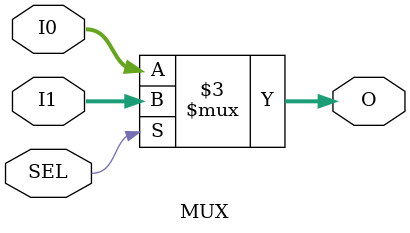
<source format=v>
`timescale 1ns / 1ps


module MUX(
input [7:0] I0, I1,
input SEL,
output reg [7:0] O

    );
    
    always @(*) begin
     O = (SEL == 1) ? I1 : I0;
    end
endmodule

</source>
